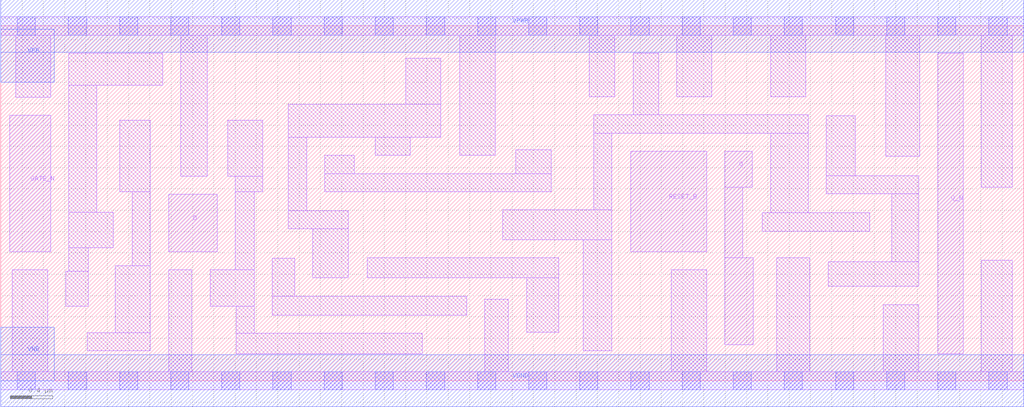
<source format=lef>
# Copyright 2020 The SkyWater PDK Authors
#
# Licensed under the Apache License, Version 2.0 (the "License");
# you may not use this file except in compliance with the License.
# You may obtain a copy of the License at
#
#     https://www.apache.org/licenses/LICENSE-2.0
#
# Unless required by applicable law or agreed to in writing, software
# distributed under the License is distributed on an "AS IS" BASIS,
# WITHOUT WARRANTIES OR CONDITIONS OF ANY KIND, either express or implied.
# See the License for the specific language governing permissions and
# limitations under the License.
#
# SPDX-License-Identifier: Apache-2.0

VERSION 5.5 ;
NAMESCASESENSITIVE ON ;
BUSBITCHARS "[]" ;
DIVIDERCHAR "/" ;
MACRO sky130_fd_sc_lp__dlrbn_2
  CLASS CORE ;
  SOURCE USER ;
  ORIGIN  0.000000  0.000000 ;
  SIZE  9.600000 BY  3.330000 ;
  SYMMETRY X Y R90 ;
  SITE unit ;
  PIN D
    ANTENNAGATEAREA  0.159000 ;
    DIRECTION INPUT ;
    USE SIGNAL ;
    PORT
      LAYER li1 ;
        RECT 1.575000 1.210000 2.030000 1.750000 ;
    END
  END D
  PIN Q
    ANTENNADIFFAREA  0.588000 ;
    DIRECTION OUTPUT ;
    USE SIGNAL ;
    PORT
      LAYER li1 ;
        RECT 6.795000 0.340000 7.065000 1.155000 ;
        RECT 6.795000 1.155000 6.965000 1.815000 ;
        RECT 6.795000 1.815000 7.055000 2.155000 ;
    END
  END Q
  PIN Q_N
    ANTENNADIFFAREA  0.588000 ;
    DIRECTION OUTPUT ;
    USE SIGNAL ;
    PORT
      LAYER li1 ;
        RECT 8.795000 0.255000 9.035000 3.075000 ;
    END
  END Q_N
  PIN RESET_B
    ANTENNAGATEAREA  0.315000 ;
    DIRECTION INPUT ;
    USE SIGNAL ;
    PORT
      LAYER li1 ;
        RECT 5.915000 1.210000 6.625000 2.155000 ;
    END
  END RESET_B
  PIN GATE_N
    ANTENNAGATEAREA  0.159000 ;
    DIRECTION INPUT ;
    USE CLOCK ;
    PORT
      LAYER li1 ;
        RECT 0.085000 1.210000 0.470000 2.490000 ;
    END
  END GATE_N
  PIN VGND
    DIRECTION INOUT ;
    USE GROUND ;
    PORT
      LAYER met1 ;
        RECT 0.000000 -0.245000 9.600000 0.245000 ;
    END
  END VGND
  PIN VNB
    DIRECTION INOUT ;
    USE GROUND ;
    PORT
      LAYER met1 ;
        RECT 0.000000 0.000000 0.500000 0.500000 ;
    END
  END VNB
  PIN VPB
    DIRECTION INOUT ;
    USE POWER ;
    PORT
      LAYER met1 ;
        RECT 0.000000 2.800000 0.500000 3.300000 ;
    END
  END VPB
  PIN VPWR
    DIRECTION INOUT ;
    USE POWER ;
    PORT
      LAYER met1 ;
        RECT 0.000000 3.085000 9.600000 3.575000 ;
    END
  END VPWR
  OBS
    LAYER li1 ;
      RECT 0.000000 -0.085000 9.600000 0.085000 ;
      RECT 0.000000  3.245000 9.600000 3.415000 ;
      RECT 0.110000  0.085000 0.440000 1.040000 ;
      RECT 0.140000  2.660000 0.470000 3.245000 ;
      RECT 0.610000  0.700000 0.820000 1.030000 ;
      RECT 0.640000  1.030000 0.820000 1.250000 ;
      RECT 0.640000  1.250000 1.055000 1.580000 ;
      RECT 0.640000  1.580000 0.900000 2.775000 ;
      RECT 0.640000  2.775000 1.520000 3.075000 ;
      RECT 0.810000  0.280000 1.405000 0.450000 ;
      RECT 1.075000  0.450000 1.405000 1.080000 ;
      RECT 1.115000  1.775000 1.405000 2.445000 ;
      RECT 1.235000  1.080000 1.405000 1.775000 ;
      RECT 1.575000  0.085000 1.795000 1.040000 ;
      RECT 1.690000  1.920000 1.940000 3.245000 ;
      RECT 1.965000  0.700000 2.380000 1.040000 ;
      RECT 2.130000  1.920000 2.460000 2.445000 ;
      RECT 2.200000  1.040000 2.380000 1.775000 ;
      RECT 2.200000  1.775000 2.460000 1.920000 ;
      RECT 2.210000  0.255000 3.955000 0.445000 ;
      RECT 2.210000  0.445000 2.380000 0.700000 ;
      RECT 2.550000  0.615000 4.375000 0.795000 ;
      RECT 2.550000  0.795000 2.760000 1.150000 ;
      RECT 2.700000  1.425000 3.260000 1.595000 ;
      RECT 2.700000  1.595000 2.870000 2.285000 ;
      RECT 2.700000  2.285000 4.130000 2.595000 ;
      RECT 2.930000  0.965000 3.260000 1.425000 ;
      RECT 3.040000  1.775000 5.165000 1.945000 ;
      RECT 3.040000  1.945000 3.320000 2.115000 ;
      RECT 3.440000  0.965000 5.235000 1.155000 ;
      RECT 3.515000  2.115000 3.845000 2.285000 ;
      RECT 3.800000  2.595000 4.130000 3.025000 ;
      RECT 4.310000  2.115000 4.640000 3.245000 ;
      RECT 4.545000  0.085000 4.765000 0.765000 ;
      RECT 4.710000  1.325000 5.735000 1.605000 ;
      RECT 4.835000  1.945000 5.165000 2.170000 ;
      RECT 4.935000  0.455000 5.235000 0.965000 ;
      RECT 5.465000  0.280000 5.735000 1.325000 ;
      RECT 5.525000  2.665000 5.765000 3.245000 ;
      RECT 5.565000  1.605000 5.735000 2.325000 ;
      RECT 5.565000  2.325000 7.580000 2.495000 ;
      RECT 5.935000  2.495000 6.175000 3.075000 ;
      RECT 6.295000  0.085000 6.625000 1.040000 ;
      RECT 6.345000  2.665000 6.675000 3.245000 ;
      RECT 7.145000  1.405000 8.155000 1.575000 ;
      RECT 7.225000  1.575000 7.580000 2.325000 ;
      RECT 7.225000  2.665000 7.555000 3.245000 ;
      RECT 7.285000  0.085000 7.595000 1.155000 ;
      RECT 7.750000  1.755000 8.615000 1.925000 ;
      RECT 7.750000  1.925000 8.020000 2.485000 ;
      RECT 7.765000  0.885000 8.615000 1.115000 ;
      RECT 8.285000  0.085000 8.615000 0.715000 ;
      RECT 8.305000  2.105000 8.625000 3.245000 ;
      RECT 8.365000  1.115000 8.615000 1.755000 ;
      RECT 9.205000  0.085000 9.495000 1.130000 ;
      RECT 9.205000  1.815000 9.495000 3.245000 ;
    LAYER mcon ;
      RECT 0.155000 -0.085000 0.325000 0.085000 ;
      RECT 0.155000  3.245000 0.325000 3.415000 ;
      RECT 0.635000 -0.085000 0.805000 0.085000 ;
      RECT 0.635000  3.245000 0.805000 3.415000 ;
      RECT 1.115000 -0.085000 1.285000 0.085000 ;
      RECT 1.115000  3.245000 1.285000 3.415000 ;
      RECT 1.595000 -0.085000 1.765000 0.085000 ;
      RECT 1.595000  3.245000 1.765000 3.415000 ;
      RECT 2.075000 -0.085000 2.245000 0.085000 ;
      RECT 2.075000  3.245000 2.245000 3.415000 ;
      RECT 2.555000 -0.085000 2.725000 0.085000 ;
      RECT 2.555000  3.245000 2.725000 3.415000 ;
      RECT 3.035000 -0.085000 3.205000 0.085000 ;
      RECT 3.035000  3.245000 3.205000 3.415000 ;
      RECT 3.515000 -0.085000 3.685000 0.085000 ;
      RECT 3.515000  3.245000 3.685000 3.415000 ;
      RECT 3.995000 -0.085000 4.165000 0.085000 ;
      RECT 3.995000  3.245000 4.165000 3.415000 ;
      RECT 4.475000 -0.085000 4.645000 0.085000 ;
      RECT 4.475000  3.245000 4.645000 3.415000 ;
      RECT 4.955000 -0.085000 5.125000 0.085000 ;
      RECT 4.955000  3.245000 5.125000 3.415000 ;
      RECT 5.435000 -0.085000 5.605000 0.085000 ;
      RECT 5.435000  3.245000 5.605000 3.415000 ;
      RECT 5.915000 -0.085000 6.085000 0.085000 ;
      RECT 5.915000  3.245000 6.085000 3.415000 ;
      RECT 6.395000 -0.085000 6.565000 0.085000 ;
      RECT 6.395000  3.245000 6.565000 3.415000 ;
      RECT 6.875000 -0.085000 7.045000 0.085000 ;
      RECT 6.875000  3.245000 7.045000 3.415000 ;
      RECT 7.355000 -0.085000 7.525000 0.085000 ;
      RECT 7.355000  3.245000 7.525000 3.415000 ;
      RECT 7.835000 -0.085000 8.005000 0.085000 ;
      RECT 7.835000  3.245000 8.005000 3.415000 ;
      RECT 8.315000 -0.085000 8.485000 0.085000 ;
      RECT 8.315000  3.245000 8.485000 3.415000 ;
      RECT 8.795000 -0.085000 8.965000 0.085000 ;
      RECT 8.795000  3.245000 8.965000 3.415000 ;
      RECT 9.275000 -0.085000 9.445000 0.085000 ;
      RECT 9.275000  3.245000 9.445000 3.415000 ;
  END
END sky130_fd_sc_lp__dlrbn_2

</source>
